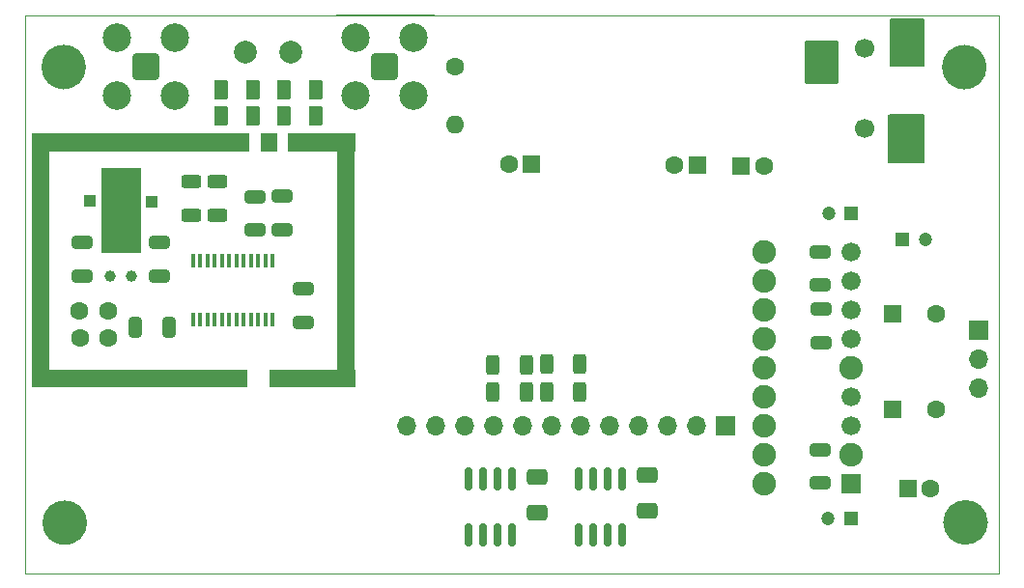
<source format=gbr>
%TF.GenerationSoftware,KiCad,Pcbnew,7.0.1*%
%TF.CreationDate,2024-01-20T16:33:55+00:00*%
%TF.ProjectId,SI4735,53493437-3335-42e6-9b69-6361645f7063,rev?*%
%TF.SameCoordinates,Original*%
%TF.FileFunction,Soldermask,Bot*%
%TF.FilePolarity,Negative*%
%FSLAX45Y45*%
G04 Gerber Fmt 4.5, Leading zero omitted, Abs format (unit mm)*
G04 Created by KiCad (PCBNEW 7.0.1) date 2024-01-20 16:33:55*
%MOMM*%
%LPD*%
G01*
G04 APERTURE LIST*
G04 Aperture macros list*
%AMRoundRect*
0 Rectangle with rounded corners*
0 $1 Rounding radius*
0 $2 $3 $4 $5 $6 $7 $8 $9 X,Y pos of 4 corners*
0 Add a 4 corners polygon primitive as box body*
4,1,4,$2,$3,$4,$5,$6,$7,$8,$9,$2,$3,0*
0 Add four circle primitives for the rounded corners*
1,1,$1+$1,$2,$3*
1,1,$1+$1,$4,$5*
1,1,$1+$1,$6,$7*
1,1,$1+$1,$8,$9*
0 Add four rect primitives between the rounded corners*
20,1,$1+$1,$2,$3,$4,$5,0*
20,1,$1+$1,$4,$5,$6,$7,0*
20,1,$1+$1,$6,$7,$8,$9,0*
20,1,$1+$1,$8,$9,$2,$3,0*%
G04 Aperture macros list end*
%ADD10C,0.100000*%
%ADD11C,1.970668*%
%ADD12C,0.200000*%
%ADD13R,1.700000X1.700000*%
%ADD14O,1.700000X1.700000*%
%ADD15R,1.676400X1.676400*%
%ADD16C,2.076400*%
%ADD17C,1.676400*%
%ADD18C,1.600000*%
%ADD19C,1.700000*%
%ADD20R,2.800000X2.200000*%
%ADD21R,2.800000X2.800000*%
%ADD22RoundRect,0.250000X0.650000X-0.325000X0.650000X0.325000X-0.650000X0.325000X-0.650000X-0.325000X0*%
%ADD23O,1.600000X1.600000*%
%ADD24R,1.600000X1.600000*%
%ADD25RoundRect,0.250000X-0.375000X-0.625000X0.375000X-0.625000X0.375000X0.625000X-0.375000X0.625000X0*%
%ADD26RoundRect,0.200100X0.949900X0.949900X-0.949900X0.949900X-0.949900X-0.949900X0.949900X-0.949900X0*%
%ADD27C,2.500000*%
%ADD28RoundRect,0.150000X0.150000X-0.825000X0.150000X0.825000X-0.150000X0.825000X-0.150000X-0.825000X0*%
%ADD29RoundRect,0.250000X0.312500X0.625000X-0.312500X0.625000X-0.312500X-0.625000X0.312500X-0.625000X0*%
%ADD30RoundRect,0.250000X0.625000X-0.312500X0.625000X0.312500X-0.625000X0.312500X-0.625000X-0.312500X0*%
%ADD31RoundRect,0.250000X-0.650000X0.325000X-0.650000X-0.325000X0.650000X-0.325000X0.650000X0.325000X0*%
%ADD32RoundRect,0.250000X-0.650000X0.412500X-0.650000X-0.412500X0.650000X-0.412500X0.650000X0.412500X0*%
%ADD33R,1.200000X1.200000*%
%ADD34C,1.200000*%
%ADD35RoundRect,0.250000X0.375000X0.625000X-0.375000X0.625000X-0.375000X-0.625000X0.375000X-0.625000X0*%
%ADD36C,2.000000*%
%ADD37R,0.400000X1.200000*%
%ADD38C,1.000000*%
%ADD39RoundRect,0.250000X-0.325000X-0.650000X0.325000X-0.650000X0.325000X0.650000X-0.325000X0.650000X0*%
%ADD40R,1.000000X1.000000*%
%TA.AperFunction,Profile*%
%ADD41C,0.100000*%
%TD*%
%TA.AperFunction,Profile*%
%ADD42C,0.050000*%
%TD*%
G04 APERTURE END LIST*
D10*
X5367000Y-2854000D02*
X5947000Y-2854000D01*
X5947000Y-3002000D01*
X5367000Y-3002000D01*
X5367000Y-2854000D01*
G36*
X5367000Y-2854000D02*
G01*
X5947000Y-2854000D01*
X5947000Y-3002000D01*
X5367000Y-3002000D01*
X5367000Y-2854000D01*
G37*
X3730000Y-3157500D02*
X4073000Y-3157500D01*
X4073000Y-3889500D01*
X3730000Y-3889500D01*
X3730000Y-3157500D01*
G36*
X3730000Y-3157500D02*
G01*
X4073000Y-3157500D01*
X4073000Y-3889500D01*
X3730000Y-3889500D01*
X3730000Y-3157500D01*
G37*
X5129000Y-2853000D02*
X5267000Y-2853000D01*
X5267000Y-3001000D01*
X5129000Y-3001000D01*
X5129000Y-2853000D01*
G36*
X5129000Y-2853000D02*
G01*
X5267000Y-2853000D01*
X5267000Y-3001000D01*
X5129000Y-3001000D01*
X5129000Y-2853000D01*
G37*
X3766500Y-4921500D02*
X5003500Y-4921500D01*
X5003500Y-5069500D01*
X3766500Y-5069500D01*
X3766500Y-4921500D01*
G36*
X3766500Y-4921500D02*
G01*
X5003500Y-4921500D01*
X5003500Y-5069500D01*
X3766500Y-5069500D01*
X3766500Y-4921500D01*
G37*
X3124000Y-4922000D02*
X3765000Y-4922000D01*
X3765000Y-5070000D01*
X3124000Y-5070000D01*
X3124000Y-4922000D01*
G36*
X3124000Y-4922000D02*
G01*
X3765000Y-4922000D01*
X3765000Y-5070000D01*
X3124000Y-5070000D01*
X3124000Y-4922000D01*
G37*
X5798500Y-2870230D02*
X5946500Y-2870230D01*
X5946500Y-5070770D01*
X5798500Y-5070770D01*
X5798500Y-2870230D01*
G36*
X5798500Y-2870230D02*
G01*
X5946500Y-2870230D01*
X5946500Y-5070770D01*
X5798500Y-5070770D01*
X5798500Y-2870230D01*
G37*
X3124500Y-2853000D02*
X5023500Y-2853000D01*
X5023500Y-3001000D01*
X3124500Y-3001000D01*
X3124500Y-2853000D01*
G36*
X3124500Y-2853000D02*
G01*
X5023500Y-2853000D01*
X5023500Y-3001000D01*
X3124500Y-3001000D01*
X3124500Y-2853000D01*
G37*
X3123000Y-2852230D02*
X3271000Y-2852230D01*
X3271000Y-5067770D01*
X3123000Y-5067770D01*
X3123000Y-2852230D01*
G36*
X3123000Y-2852230D02*
G01*
X3271000Y-2852230D01*
X3271000Y-5067770D01*
X3123000Y-5067770D01*
X3123000Y-2852230D01*
G37*
D11*
X3509533Y-6266000D02*
G75*
G03*
X3509533Y-6266000I-98533J0D01*
G01*
X11404533Y-6262933D02*
G75*
G03*
X11404533Y-6262933I-98533J0D01*
G01*
D12*
X10646500Y-1852000D02*
X10935500Y-1852000D01*
X10935500Y-2257000D01*
X10646500Y-2257000D01*
X10646500Y-1852000D01*
G36*
X10646500Y-1852000D02*
G01*
X10935500Y-1852000D01*
X10935500Y-2257000D01*
X10646500Y-2257000D01*
X10646500Y-1852000D01*
G37*
D11*
X3500533Y-2269933D02*
G75*
G03*
X3500533Y-2269933I-98533J0D01*
G01*
X11393533Y-2270933D02*
G75*
G03*
X11393533Y-2270933I-98533J0D01*
G01*
D10*
X5204000Y-4922000D02*
X5947000Y-4922000D01*
X5947000Y-5070000D01*
X5204000Y-5070000D01*
X5204000Y-4922000D01*
G36*
X5204000Y-4922000D02*
G01*
X5947000Y-4922000D01*
X5947000Y-5070000D01*
X5204000Y-5070000D01*
X5204000Y-4922000D01*
G37*
D13*
%TO.C,J1*%
X9198000Y-5415000D03*
D14*
X8944000Y-5415000D03*
X8690000Y-5415000D03*
X8436000Y-5415000D03*
X8182000Y-5415000D03*
X7928000Y-5415000D03*
X7674000Y-5415000D03*
X7420000Y-5415000D03*
X7166000Y-5415000D03*
X6912000Y-5415000D03*
X6658000Y-5415000D03*
X6404000Y-5415000D03*
%TD*%
D15*
%TO.C,U4*%
X10306000Y-5920000D03*
D16*
X10306000Y-5666000D03*
D17*
X10306000Y-5412000D03*
X10306000Y-5158000D03*
D16*
X10306000Y-4904000D03*
D17*
X10306000Y-4650000D03*
X10306000Y-4396000D03*
X10306000Y-4142000D03*
X10306000Y-3888000D03*
D16*
X9544000Y-3888000D03*
X9544000Y-4142000D03*
X9544000Y-4396000D03*
X9544000Y-4650000D03*
X9544000Y-4904000D03*
X9544000Y-5158000D03*
X9544000Y-5412000D03*
X9544000Y-5666000D03*
X9544000Y-5920000D03*
%TD*%
D18*
%TO.C,C24*%
X3543000Y-4647000D03*
X3793000Y-4647000D03*
%TD*%
D19*
%TO.C,J2*%
X10418417Y-2808500D03*
X10418417Y-2108500D03*
D20*
X10048417Y-2198500D03*
X10788417Y-1998500D03*
D21*
X10788417Y-2938500D03*
%TD*%
D22*
%TO.C,C14*%
X10028740Y-5919000D03*
X10028740Y-5624000D03*
%TD*%
D18*
%TO.C,L1*%
X6832000Y-2265000D03*
D23*
X6832000Y-2773000D03*
%TD*%
D24*
%TO.C,C8*%
X8954000Y-3128000D03*
D18*
X8754000Y-3128000D03*
%TD*%
D22*
%TO.C,C23*%
X5503000Y-4506500D03*
X5503000Y-4211500D03*
%TD*%
D25*
%TO.C,D10*%
X4786000Y-2468000D03*
X5066000Y-2468000D03*
%TD*%
D26*
%TO.C,J5*%
X6217574Y-2262210D03*
D27*
X6471574Y-2516210D03*
X6471574Y-2008210D03*
X5963574Y-2516210D03*
X5963574Y-2008210D03*
%TD*%
D13*
%TO.C,J7*%
X11421000Y-4574000D03*
D14*
X11421000Y-4828000D03*
X11421000Y-5082000D03*
%TD*%
D28*
%TO.C,U5*%
X7328445Y-6372875D03*
X7201445Y-6372875D03*
X7074445Y-6372875D03*
X6947445Y-6372875D03*
X6947445Y-5877875D03*
X7074445Y-5877875D03*
X7201445Y-5877875D03*
X7328445Y-5877875D03*
%TD*%
D29*
%TO.C,R24*%
X7456945Y-5118375D03*
X7164445Y-5118375D03*
%TD*%
D24*
%TO.C,C17*%
X10798200Y-5969000D03*
D18*
X10998200Y-5969000D03*
%TD*%
D30*
%TO.C,R22*%
X4519000Y-3567000D03*
X4519000Y-3274500D03*
%TD*%
D31*
%TO.C,C11*%
X5320000Y-3399500D03*
X5320000Y-3694500D03*
%TD*%
D32*
%TO.C,C20*%
X8516000Y-5850250D03*
X8516000Y-6162750D03*
%TD*%
D33*
%TO.C,C18*%
X10300000Y-6231000D03*
D34*
X10100000Y-6231000D03*
%TD*%
D24*
%TO.C,C12*%
X10671000Y-4431000D03*
D18*
X11051000Y-4431000D03*
%TD*%
D24*
%TO.C,C13*%
X10671000Y-5271000D03*
D18*
X11051000Y-5271000D03*
%TD*%
D29*
%TO.C,R26*%
X7456500Y-4879000D03*
X7164000Y-4879000D03*
%TD*%
D18*
%TO.C,C26*%
X3540000Y-4410000D03*
X3790000Y-4410000D03*
%TD*%
D33*
%TO.C,C7*%
X10306740Y-3555000D03*
D34*
X10106740Y-3555000D03*
%TD*%
D32*
%TO.C,C19*%
X7548000Y-5868500D03*
X7548000Y-6181000D03*
%TD*%
D33*
%TO.C,C6*%
X10751760Y-3785000D03*
D34*
X10951760Y-3785000D03*
%TD*%
D22*
%TO.C,C22*%
X4240000Y-4103000D03*
X4240000Y-3808000D03*
%TD*%
D24*
%TO.C,C9*%
X7502000Y-3125000D03*
D18*
X7302000Y-3125000D03*
%TD*%
D31*
%TO.C,C10*%
X5079000Y-3405500D03*
X5079000Y-3700500D03*
%TD*%
D29*
%TO.C,R25*%
X7926445Y-5119000D03*
X7633945Y-5119000D03*
%TD*%
D35*
%TO.C,D9*%
X5609000Y-2470000D03*
X5329000Y-2470000D03*
%TD*%
D28*
%TO.C,U6*%
X8297125Y-6374500D03*
X8170125Y-6374500D03*
X8043125Y-6374500D03*
X7916125Y-6374500D03*
X7916125Y-5879500D03*
X8043125Y-5879500D03*
X8170125Y-5879500D03*
X8297125Y-5879500D03*
%TD*%
D35*
%TO.C,D8*%
X5064000Y-2697000D03*
X4784000Y-2697000D03*
%TD*%
D36*
%TO.C,L2*%
X4992000Y-2142000D03*
X5392000Y-2142000D03*
%TD*%
D37*
%TO.C,U7*%
X4534000Y-3968597D03*
X4597500Y-3968597D03*
X4661000Y-3968597D03*
X4724500Y-3968597D03*
X4788000Y-3968597D03*
X4851500Y-3968597D03*
X4915000Y-3968597D03*
X4978500Y-3968597D03*
X5042000Y-3968597D03*
X5105500Y-3968597D03*
X5169000Y-3968597D03*
X5232500Y-3968597D03*
X5232500Y-4488597D03*
X5169000Y-4488597D03*
X5105500Y-4488597D03*
X5042000Y-4488597D03*
X4978500Y-4488597D03*
X4915000Y-4488597D03*
X4851500Y-4488597D03*
X4788000Y-4488597D03*
X4724500Y-4488597D03*
X4661000Y-4488597D03*
X4597500Y-4488597D03*
X4534000Y-4488597D03*
%TD*%
D29*
%TO.C,R23*%
X7926500Y-4878000D03*
X7634000Y-4878000D03*
%TD*%
D24*
%TO.C,C5*%
X9337520Y-3140989D03*
D18*
X9537520Y-3140989D03*
%TD*%
D38*
%TO.C,Y1*%
X3808000Y-4104000D03*
X3998000Y-4104000D03*
%TD*%
D39*
%TO.C,C21*%
X4032000Y-4553000D03*
X4327000Y-4553000D03*
%TD*%
D22*
%TO.C,C25*%
X3562000Y-4102500D03*
X3562000Y-3807500D03*
%TD*%
D31*
%TO.C,C16*%
X10034740Y-3888000D03*
X10034740Y-4183000D03*
%TD*%
%TO.C,C15*%
X10037000Y-4394000D03*
X10037000Y-4689000D03*
%TD*%
D30*
%TO.C,R21*%
X4746000Y-3567000D03*
X4746000Y-3274500D03*
%TD*%
D40*
%TO.C,J6*%
X3633000Y-3445000D03*
%TD*%
%TO.C,J4*%
X4175500Y-3454000D03*
%TD*%
D25*
%TO.C,D7*%
X5331000Y-2701000D03*
X5611000Y-2701000D03*
%TD*%
D26*
%TO.C,J3*%
X4123574Y-2265210D03*
D27*
X4377574Y-2519210D03*
X4377574Y-2011210D03*
X3869574Y-2519210D03*
X3869574Y-2011210D03*
%TD*%
G36*
X10184181Y-2040738D02*
G01*
X10188728Y-2045284D01*
X10190387Y-2051496D01*
X10189933Y-2404095D01*
X10188262Y-2410294D01*
X10183716Y-2414827D01*
X10177511Y-2416479D01*
X9909295Y-2416021D01*
X9903104Y-2414353D01*
X9898574Y-2409815D01*
X9896917Y-2403621D01*
X9896917Y-2051881D01*
X9898575Y-2045687D01*
X9903106Y-2041149D01*
X9909298Y-2039481D01*
X10177968Y-2039080D01*
X10184181Y-2040738D01*
G37*
G36*
X10942800Y-2685661D02*
G01*
X10947339Y-2690200D01*
X10949000Y-2696400D01*
X10949000Y-3098600D01*
X10947339Y-3104800D01*
X10942800Y-3109339D01*
X10936600Y-3111000D01*
X10639400Y-3111000D01*
X10633200Y-3109339D01*
X10628661Y-3104800D01*
X10627000Y-3098600D01*
X10627000Y-2696400D01*
X10628661Y-2690200D01*
X10633200Y-2685661D01*
X10639400Y-2684000D01*
X10936600Y-2684000D01*
X10942800Y-2685661D01*
G37*
D41*
X3555840Y-2268000D02*
G75*
G03*
X3555840Y-2268000I-154840J0D01*
G01*
D42*
X3060000Y-1815000D02*
X11602000Y-1815000D01*
X11602000Y-6713000D01*
X3060000Y-6713000D01*
X3060000Y-1815000D01*
D41*
X11459840Y-6259000D02*
G75*
G03*
X11459840Y-6259000I-154840J0D01*
G01*
X11453840Y-2268000D02*
G75*
G03*
X11453840Y-2268000I-154840J0D01*
G01*
X3567840Y-6261000D02*
G75*
G03*
X3567840Y-6261000I-154840J0D01*
G01*
%TO.C,J5*%
X5787574Y-1812210D02*
X6647574Y-1812210D01*
%TO.C,J3*%
X3693574Y-1815210D02*
X4553574Y-1815210D01*
%TD*%
M02*

</source>
